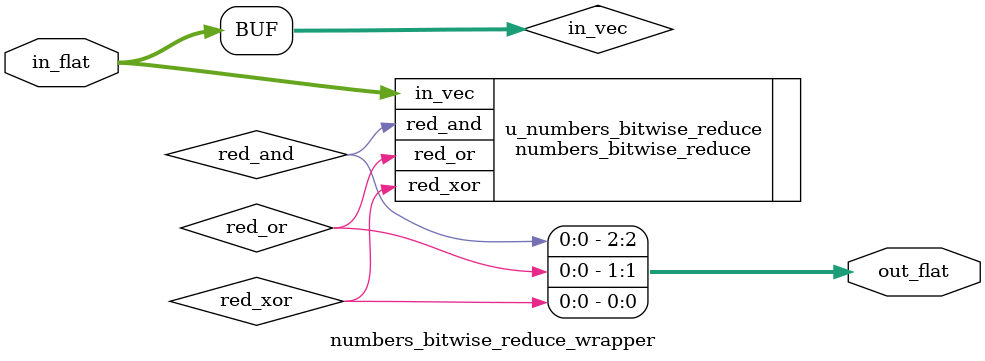
<source format=sv>
`include "numbers_bitwise_reduce.sv"

module numbers_bitwise_reduce_wrapper (
    input  wire [7:0] in_flat,
    output wire [2:0] out_flat
);

  // Slice `in_flat` into original inputs
  wire [7:0] in_vec = in_flat[7:0];

  // Wires to capture original module outputs
  wire red_and;
  wire red_or;
  wire red_xor;

  // Instantiate the original module
  numbers_bitwise_reduce u_numbers_bitwise_reduce (
    .in_vec(in_vec),
    .red_and(red_and),
    .red_or(red_or),
    .red_xor(red_xor)
  );

  // Pack original outputs into `out_flat`
  assign out_flat[2] = red_and;
  assign out_flat[1] = red_or;
  assign out_flat[0] = red_xor;

endmodule  // numbers_bitwise_reduce_wrapper
</source>
